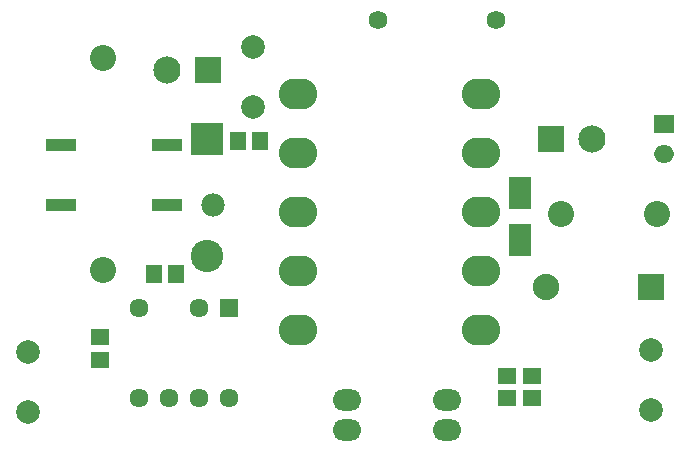
<source format=gbs>
G04*
G04 #@! TF.GenerationSoftware,Altium Limited,Altium Designer,23.2.1 (34)*
G04*
G04 Layer_Color=16711935*
%FSTAX44Y44*%
%MOMM*%
G71*
G04*
G04 #@! TF.SameCoordinates,595AB9ED-E738-4090-B1B9-C8C706B013A9*
G04*
G04*
G04 #@! TF.FilePolarity,Negative*
G04*
G01*
G75*
%ADD16C,2.2032*%
%ADD17C,1.5842*%
%ADD18O,3.2512X2.6162*%
%ADD19C,2.2352*%
%ADD20R,2.2352X2.2352*%
%ADD21C,2.0032*%
%ADD22C,1.6132*%
%ADD23R,1.6132X1.6132*%
%ADD24C,2.7432*%
%ADD25R,2.7432X2.7432*%
%ADD26C,2.3032*%
%ADD27R,2.3032X2.3032*%
%ADD28O,1.7032X1.5032*%
%ADD29R,1.7032X1.5032*%
%ADD30C,1.9812*%
%ADD52R,2.5185X1.1168*%
%ADD54R,1.4032X1.6032*%
%ADD55R,1.6032X1.4032*%
%ADD56R,1.9032X2.7032*%
%ADD57O,2.4532X1.8032*%
D16*
X0048895Y0020066D02*
D03*
X0057023D02*
D03*
X001016Y0033257D02*
D03*
Y0015257D02*
D03*
D17*
X0033401Y0036449D02*
D03*
X0043401D02*
D03*
D18*
X004217Y0030193D02*
D03*
Y0025193D02*
D03*
Y0020193D02*
D03*
Y0015193D02*
D03*
Y0010193D02*
D03*
X002667Y0030193D02*
D03*
Y0025193D02*
D03*
Y0020193D02*
D03*
Y0015193D02*
D03*
Y0010193D02*
D03*
D19*
X0047625Y0013843D02*
D03*
D20*
X0056515D02*
D03*
D21*
X002286Y0034163D02*
D03*
Y0029083D02*
D03*
X0056515Y0003429D02*
D03*
Y0008509D02*
D03*
X000381Y0003302D02*
D03*
Y0008382D02*
D03*
D22*
X0013208Y0012065D02*
D03*
X0018288D02*
D03*
X0013208Y0004445D02*
D03*
X0015748D02*
D03*
X0018288D02*
D03*
X0020828D02*
D03*
D23*
Y0012065D02*
D03*
D24*
X0018923Y001651D02*
D03*
D25*
Y0026416D02*
D03*
D26*
X0015522Y0032258D02*
D03*
X0051534Y0026416D02*
D03*
D27*
X0019022Y0032258D02*
D03*
X0048034Y0026416D02*
D03*
D28*
X0057658Y0025146D02*
D03*
D29*
Y0027686D02*
D03*
D30*
X0019431Y0020828D02*
D03*
D52*
X00065512Y0025908D02*
D03*
Y0020828D02*
D03*
X00155468D02*
D03*
Y0025908D02*
D03*
D54*
X00144126Y00149252D02*
D03*
X00163126D02*
D03*
X00215334Y00262228D02*
D03*
X00234334D02*
D03*
D55*
X00464212Y00044588D02*
D03*
Y00063588D02*
D03*
X00443176Y000635D02*
D03*
Y000445D02*
D03*
X00099094Y00076816D02*
D03*
Y00095816D02*
D03*
D56*
X0045466Y0017812D02*
D03*
Y0021812D02*
D03*
D57*
X0030802Y0004318D02*
D03*
Y0001778D02*
D03*
X0039302D02*
D03*
Y0004318D02*
D03*
M02*

</source>
